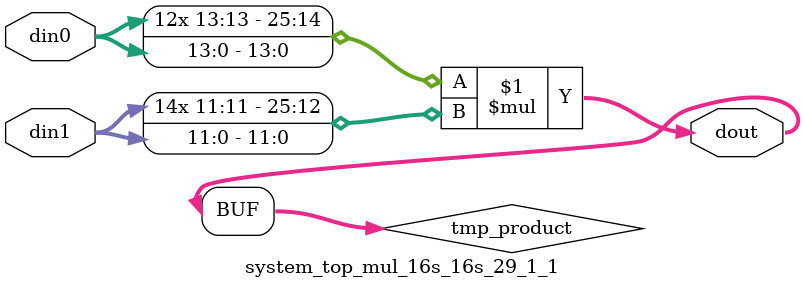
<source format=v>

`timescale 1 ns / 1 ps

 module system_top_mul_16s_16s_29_1_1(din0, din1, dout);
parameter ID = 1;
parameter NUM_STAGE = 0;
parameter din0_WIDTH = 14;
parameter din1_WIDTH = 12;
parameter dout_WIDTH = 26;

input [din0_WIDTH - 1 : 0] din0; 
input [din1_WIDTH - 1 : 0] din1; 
output [dout_WIDTH - 1 : 0] dout;

wire signed [dout_WIDTH - 1 : 0] tmp_product;



























assign tmp_product = $signed(din0) * $signed(din1);








assign dout = tmp_product;





















endmodule

</source>
